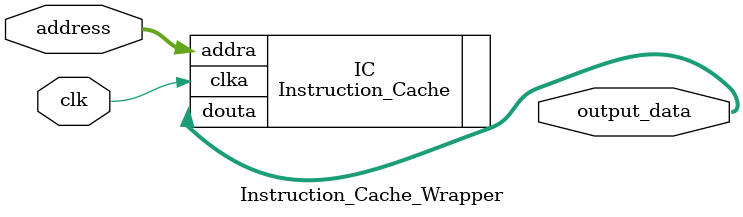
<source format=v>
`timescale 1ns / 1ps
module Instruction_Cache_Wrapper(
	input clk,
	input [31:0] address,
	output [31:0] output_data
    );

	Instruction_Cache IC(.clka(clk), .addra(address), .douta(output_data));

endmodule

</source>
